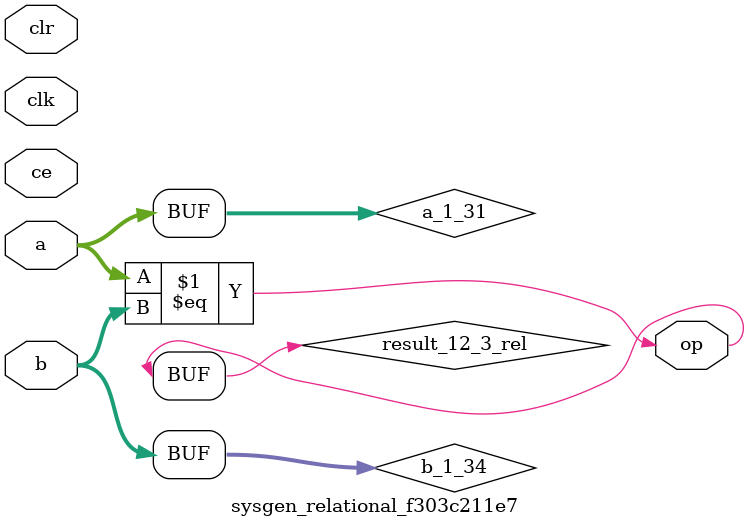
<source format=v>
module sysgen_relational_f303c211e7 (
  input [(4 - 1):0] a,
  input [(4 - 1):0] b,
  output [(1 - 1):0] op,
  input clk,
  input ce,
  input clr);
  wire [(4 - 1):0] a_1_31;
  wire [(4 - 1):0] b_1_34;
  localparam [(1 - 1):0] const_value = 1'b1;
  wire result_12_3_rel;
  assign a_1_31 = a;
  assign b_1_34 = b;
  assign result_12_3_rel = a_1_31 == b_1_34;
  assign op = result_12_3_rel;
endmodule
</source>
